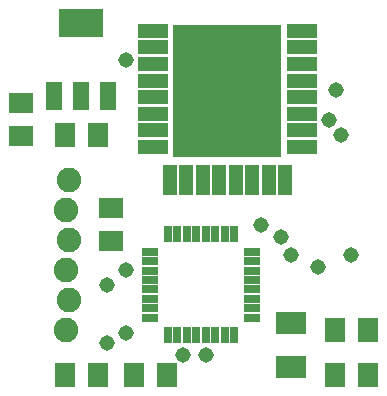
<source format=gts>
G75*
%MOIN*%
%OFA0B0*%
%FSLAX25Y25*%
%IPPOS*%
%LPD*%
%AMOC8*
5,1,8,0,0,1.08239X$1,22.5*
%
%ADD10R,0.07099X0.07887*%
%ADD11C,0.08200*%
%ADD12R,0.07887X0.07099*%
%ADD13R,0.04737X0.10446*%
%ADD14R,0.10446X0.04737*%
%ADD15R,0.36233X0.44107*%
%ADD16R,0.03000X0.05800*%
%ADD17R,0.05800X0.03000*%
%ADD18R,0.10249X0.07493*%
%ADD19R,0.05600X0.09600*%
%ADD20R,0.14973X0.09461*%
%ADD21C,0.05156*%
D10*
X0025488Y0011000D03*
X0036512Y0011000D03*
X0048488Y0011000D03*
X0059512Y0011000D03*
X0115488Y0011000D03*
X0126512Y0011000D03*
X0126512Y0026000D03*
X0115488Y0026000D03*
X0036512Y0091000D03*
X0025488Y0091000D03*
D11*
X0027000Y0076000D03*
X0026000Y0066000D03*
X0027000Y0056000D03*
X0026000Y0046000D03*
X0027000Y0036000D03*
X0026000Y0026000D03*
D12*
X0041000Y0055488D03*
X0041000Y0066512D03*
X0011000Y0090488D03*
X0011000Y0101512D03*
D13*
X0060488Y0076000D03*
X0066000Y0076000D03*
X0071512Y0076000D03*
X0077024Y0076000D03*
X0082535Y0076000D03*
X0088047Y0076000D03*
X0093559Y0076000D03*
X0099071Y0076000D03*
D14*
X0104583Y0087024D03*
X0104583Y0092535D03*
X0104583Y0098047D03*
X0104583Y0103559D03*
X0104583Y0109071D03*
X0104583Y0114583D03*
X0104583Y0120094D03*
X0104583Y0125606D03*
X0054976Y0125606D03*
X0054976Y0120094D03*
X0054976Y0114583D03*
X0054976Y0109071D03*
X0054976Y0103559D03*
X0054976Y0098047D03*
X0054976Y0092535D03*
X0054976Y0087024D03*
D15*
X0079780Y0105528D03*
D16*
X0078874Y0057900D03*
X0082024Y0057900D03*
X0075724Y0057900D03*
X0072575Y0057900D03*
X0069425Y0057900D03*
X0066276Y0057900D03*
X0063126Y0057900D03*
X0059976Y0057900D03*
X0059976Y0024100D03*
X0063126Y0024100D03*
X0066276Y0024100D03*
X0069425Y0024100D03*
X0072575Y0024100D03*
X0075724Y0024100D03*
X0078874Y0024100D03*
X0082024Y0024100D03*
D17*
X0087900Y0029976D03*
X0087900Y0033126D03*
X0087900Y0036276D03*
X0087900Y0039425D03*
X0087900Y0042575D03*
X0087900Y0045724D03*
X0087900Y0048874D03*
X0087900Y0052024D03*
X0054100Y0052024D03*
X0054100Y0048874D03*
X0054100Y0045724D03*
X0054100Y0042575D03*
X0054100Y0039425D03*
X0054100Y0036276D03*
X0054100Y0033126D03*
X0054100Y0029976D03*
D18*
X0101000Y0028283D03*
X0101000Y0013717D03*
D19*
X0040100Y0103800D03*
X0031000Y0103800D03*
X0021900Y0103800D03*
D20*
X0031000Y0128201D03*
D21*
X0046000Y0116000D03*
X0091000Y0061000D03*
X0097500Y0057000D03*
X0101000Y0051000D03*
X0110000Y0047000D03*
X0121000Y0051000D03*
X0117500Y0091000D03*
X0113500Y0096000D03*
X0116000Y0106000D03*
X0046000Y0046000D03*
X0039500Y0041000D03*
X0046000Y0025000D03*
X0039500Y0021500D03*
X0065000Y0017500D03*
X0072500Y0017500D03*
M02*

</source>
